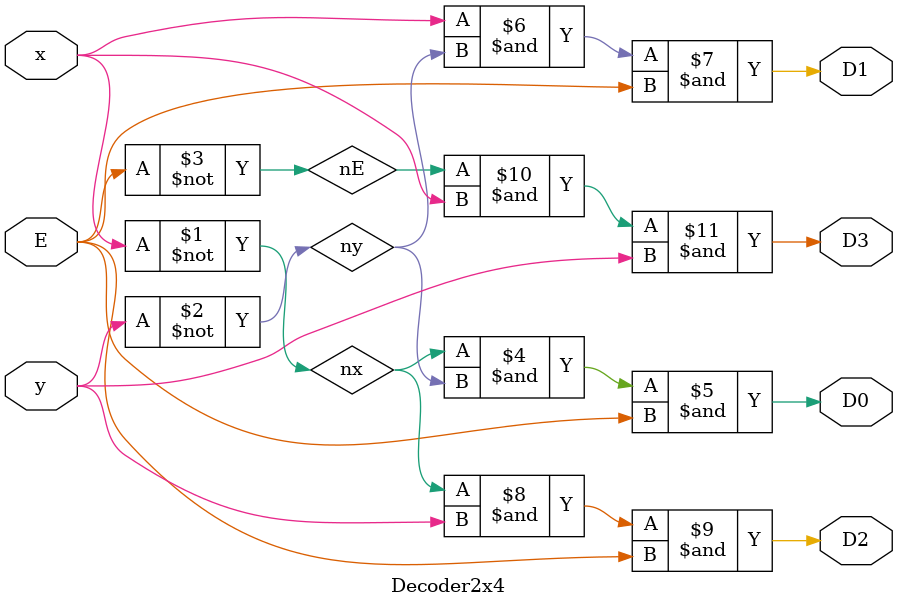
<source format=v>


module Decoder2x4(input x, input y, input E, output D0, output D1, output D2, output D3);
   wire nx, ny, nE;
   assign nx = ~x;
   assign ny = ~y;
   assign nE = ~E;

   assign D0 = nx & ny & E;
   assign D1 = x & ny & E;
   assign D2 = nx & y & E;
   assign D3 = nE & x & y;
endmodule

</source>
